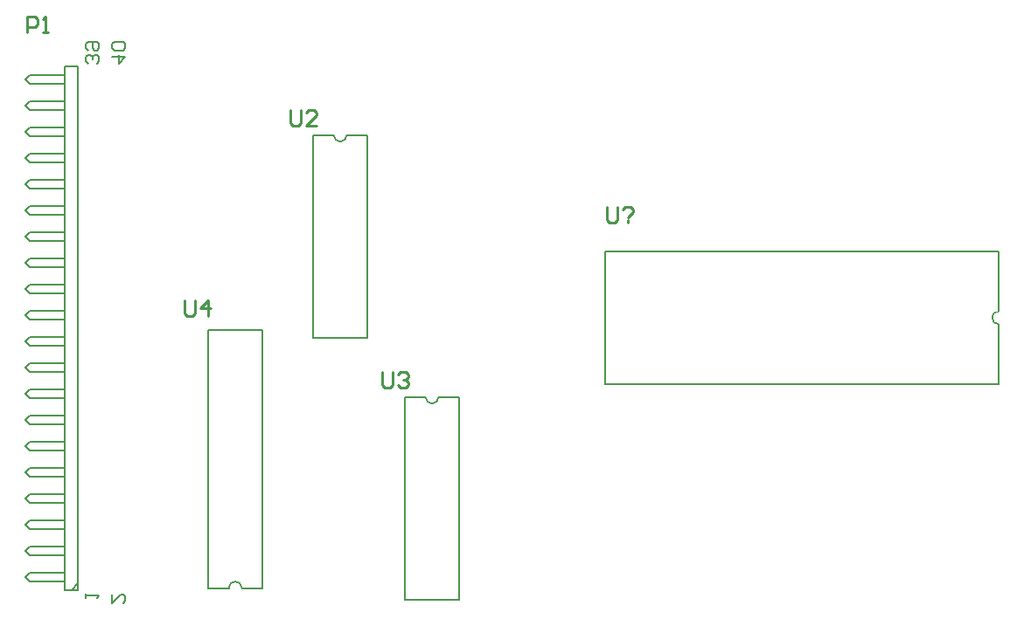
<source format=gto>
G04*
G04 #@! TF.GenerationSoftware,Altium Limited,Altium Designer,21.9.1 (22)*
G04*
G04 Layer_Color=65535*
%FSLAX25Y25*%
%MOIN*%
G70*
G04*
G04 #@! TF.SameCoordinates,3B0F3E88-4553-4837-8599-20987A4D8A80*
G04*
G04*
G04 #@! TF.FilePolarity,Positive*
G04*
G01*
G75*
%ADD10C,0.00787*%
%ADD11C,0.00800*%
%ADD12C,0.01000*%
D10*
X456000Y221500D02*
G03*
X456000Y216500I0J-2500D01*
G01*
X167500Y115787D02*
G03*
X162500Y115787I-2500J0D01*
G01*
X237500Y188779D02*
G03*
X242500Y188779I2500J0D01*
G01*
X202500Y288779D02*
G03*
X207500Y288779I2500J0D01*
G01*
X456000Y221500D02*
Y244394D01*
Y193606D02*
Y216500D01*
X306000Y193606D02*
Y244394D01*
X456000D01*
X306000Y193606D02*
X456000D01*
X105000Y115000D02*
Y315000D01*
X86667Y311667D02*
X100000D01*
X85000Y310000D02*
X86667Y311667D01*
X85000Y310000D02*
X86667Y308333D01*
X100000D01*
X86667Y301667D02*
X100000D01*
X85000Y300000D02*
X86667Y301667D01*
X85000Y300000D02*
X86667Y298333D01*
X100000D01*
X86667Y291667D02*
X100000D01*
X85000Y290000D02*
X86667Y291667D01*
X85000Y290000D02*
X86667Y288333D01*
X100000D01*
X86667Y281667D02*
X100000D01*
X85000Y280000D02*
X86667Y281667D01*
X85000Y280000D02*
X86667Y278333D01*
X100000D01*
X86667Y271667D02*
X100000D01*
X85000Y270000D02*
X86667Y271667D01*
X85000Y270000D02*
X86667Y268333D01*
X100000D01*
X86667Y261667D02*
X100000D01*
X85000Y260000D02*
X86667Y261667D01*
X85000Y260000D02*
X86667Y258333D01*
X100000D01*
X86667Y251667D02*
X100000D01*
X85000Y250000D02*
X86667Y251667D01*
X85000Y250000D02*
X86667Y248333D01*
X100000D01*
X86667Y241667D02*
X100000D01*
X85000Y240000D02*
X86667Y241667D01*
X85000Y240000D02*
X86667Y238333D01*
X100000D01*
X86667Y231667D02*
X100000D01*
X85000Y230000D02*
X86667Y231667D01*
X85000Y230000D02*
X86667Y228333D01*
X100000D01*
X86667Y221667D02*
X100000D01*
X85000Y220000D02*
X86667Y221667D01*
X85000Y220000D02*
X86667Y218333D01*
X100000D01*
X86667Y211667D02*
X100000D01*
X85000Y210000D02*
X86667Y211667D01*
X85000Y210000D02*
X86667Y208333D01*
X100000D01*
X86667Y201667D02*
X100000D01*
X85000Y200000D02*
X86667Y201667D01*
X85000Y200000D02*
X86667Y198333D01*
X100000D01*
X86667Y191667D02*
X100000D01*
X85000Y190000D02*
X86667Y191667D01*
X85000Y190000D02*
X86667Y188333D01*
X100000D01*
X86667Y181667D02*
X100000D01*
X85000Y180000D02*
X86667Y181667D01*
X85000Y180000D02*
X86667Y178333D01*
X100000D01*
X86667Y171667D02*
X100000D01*
X85000Y170000D02*
X86667Y171667D01*
X85000Y170000D02*
X86667Y168333D01*
X100000D01*
X86667Y161667D02*
X100000D01*
X85000Y160000D02*
X86667Y161667D01*
X85000Y160000D02*
X86667Y158333D01*
X100000D01*
X86667Y151667D02*
X100000D01*
X85000Y150000D02*
X86667Y151667D01*
X85000Y150000D02*
X86667Y148333D01*
X100000D01*
X86667Y141667D02*
X100000D01*
X85000Y140000D02*
X86667Y141667D01*
X85000Y140000D02*
X86667Y138333D01*
X100000D01*
X86667Y131667D02*
X100000D01*
X85000Y130000D02*
X86667Y131667D01*
X85000Y130000D02*
X86667Y128333D01*
X100000D01*
X86667Y121667D02*
X100000D01*
X85000Y120000D02*
X86667Y121667D01*
X85000Y120000D02*
X86667Y118333D01*
X100000D01*
X102500Y115000D02*
X105000Y117500D01*
X100000Y315000D02*
X105000D01*
X100000Y115000D02*
Y315000D01*
Y115000D02*
X105000D01*
X154567Y115787D02*
Y214213D01*
X175433Y115787D02*
Y214213D01*
X154567D02*
X175433D01*
X154567Y115787D02*
X162500D01*
X167500D02*
X175433D01*
X229567Y188779D02*
X237500D01*
X242500D02*
X250433D01*
X229567Y111221D02*
X250433D01*
X229567D02*
Y188779D01*
X250433Y111221D02*
Y188779D01*
X194567Y288779D02*
X202500D01*
X207500D02*
X215433D01*
X194567Y211221D02*
X215433D01*
X194567D02*
Y288779D01*
X215433Y211221D02*
Y288779D01*
D11*
X118000Y113332D02*
Y110000D01*
X121332Y113332D01*
X122165D01*
X122998Y112499D01*
Y110833D01*
X122165Y110000D01*
X108000Y112000D02*
Y113666D01*
Y112833D01*
X112998D01*
X112165Y112000D01*
Y316000D02*
X112998Y316833D01*
Y318499D01*
X112165Y319332D01*
X111332D01*
X110499Y318499D01*
Y317666D01*
Y318499D01*
X109666Y319332D01*
X108833D01*
X108000Y318499D01*
Y316833D01*
X108833Y316000D01*
Y320998D02*
X108000Y321831D01*
Y323498D01*
X108833Y324331D01*
X112165D01*
X112998Y323498D01*
Y321831D01*
X112165Y320998D01*
X111332D01*
X110499Y321831D01*
Y324331D01*
X118000Y318499D02*
X122998D01*
X120499Y316000D01*
Y319332D01*
X122165Y320998D02*
X122998Y321831D01*
Y323498D01*
X122165Y324331D01*
X118833D01*
X118000Y323498D01*
Y321831D01*
X118833Y320998D01*
X122165D01*
D12*
X85600Y328100D02*
Y334098D01*
X88599D01*
X89599Y333098D01*
Y331099D01*
X88599Y330099D01*
X85600D01*
X91598Y328100D02*
X93597D01*
X92598D01*
Y334098D01*
X91598Y333098D01*
X306600Y261398D02*
Y256400D01*
X307600Y255400D01*
X309599D01*
X310599Y256400D01*
Y261398D01*
X312598Y260398D02*
X313598Y261398D01*
X315597D01*
X316597Y260398D01*
Y259399D01*
X314597Y257399D01*
Y256400D02*
Y255400D01*
X221000Y198198D02*
Y193200D01*
X222000Y192200D01*
X223999D01*
X224999Y193200D01*
Y198198D01*
X226998Y197198D02*
X227998Y198198D01*
X229997D01*
X230997Y197198D01*
Y196199D01*
X229997Y195199D01*
X228997D01*
X229997D01*
X230997Y194199D01*
Y193200D01*
X229997Y192200D01*
X227998D01*
X226998Y193200D01*
X186000Y298198D02*
Y293200D01*
X187000Y292200D01*
X188999D01*
X189999Y293200D01*
Y298198D01*
X195997Y292200D02*
X191998D01*
X195997Y296199D01*
Y297198D01*
X194997Y298198D01*
X192998D01*
X191998Y297198D01*
X145800Y225498D02*
Y220500D01*
X146800Y219500D01*
X148799D01*
X149799Y220500D01*
Y225498D01*
X154797Y219500D02*
Y225498D01*
X151798Y222499D01*
X155797D01*
M02*

</source>
